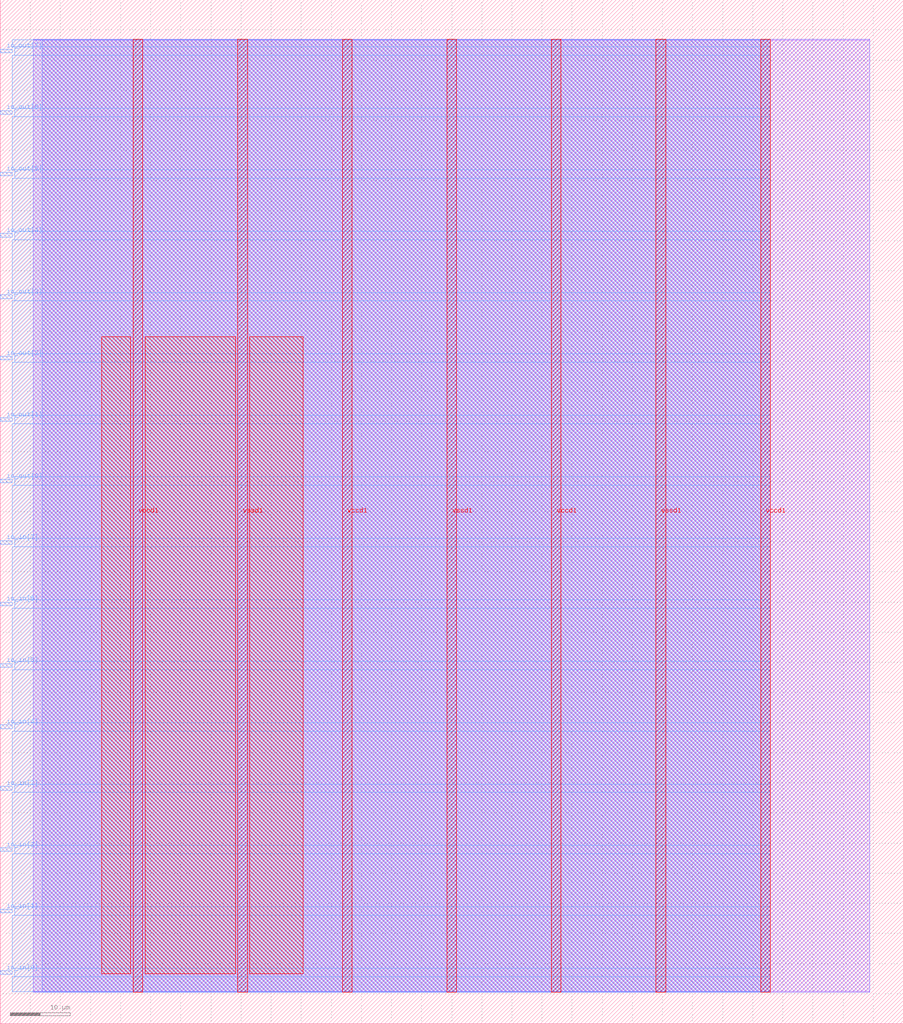
<source format=lef>
VERSION 5.7 ;
  NOWIREEXTENSIONATPIN ON ;
  DIVIDERCHAR "/" ;
  BUSBITCHARS "[]" ;
MACRO recepsaid_euclidean_algorithm
  CLASS BLOCK ;
  FOREIGN recepsaid_euclidean_algorithm ;
  ORIGIN 0.000 0.000 ;
  SIZE 150.000 BY 170.000 ;
  PIN io_in[0]
    DIRECTION INPUT ;
    USE SIGNAL ;
    PORT
      LAYER met3 ;
        RECT 0.000 8.200 2.000 8.800 ;
    END
  END io_in[0]
  PIN io_in[1]
    DIRECTION INPUT ;
    USE SIGNAL ;
    PORT
      LAYER met3 ;
        RECT 0.000 18.400 2.000 19.000 ;
    END
  END io_in[1]
  PIN io_in[2]
    DIRECTION INPUT ;
    USE SIGNAL ;
    PORT
      LAYER met3 ;
        RECT 0.000 28.600 2.000 29.200 ;
    END
  END io_in[2]
  PIN io_in[3]
    DIRECTION INPUT ;
    USE SIGNAL ;
    PORT
      LAYER met3 ;
        RECT 0.000 38.800 2.000 39.400 ;
    END
  END io_in[3]
  PIN io_in[4]
    DIRECTION INPUT ;
    USE SIGNAL ;
    PORT
      LAYER met3 ;
        RECT 0.000 49.000 2.000 49.600 ;
    END
  END io_in[4]
  PIN io_in[5]
    DIRECTION INPUT ;
    USE SIGNAL ;
    PORT
      LAYER met3 ;
        RECT 0.000 59.200 2.000 59.800 ;
    END
  END io_in[5]
  PIN io_in[6]
    DIRECTION INPUT ;
    USE SIGNAL ;
    PORT
      LAYER met3 ;
        RECT 0.000 69.400 2.000 70.000 ;
    END
  END io_in[6]
  PIN io_in[7]
    DIRECTION INPUT ;
    USE SIGNAL ;
    PORT
      LAYER met3 ;
        RECT 0.000 79.600 2.000 80.200 ;
    END
  END io_in[7]
  PIN io_out[0]
    DIRECTION OUTPUT TRISTATE ;
    USE SIGNAL ;
    PORT
      LAYER met3 ;
        RECT 0.000 89.800 2.000 90.400 ;
    END
  END io_out[0]
  PIN io_out[1]
    DIRECTION OUTPUT TRISTATE ;
    USE SIGNAL ;
    PORT
      LAYER met3 ;
        RECT 0.000 100.000 2.000 100.600 ;
    END
  END io_out[1]
  PIN io_out[2]
    DIRECTION OUTPUT TRISTATE ;
    USE SIGNAL ;
    PORT
      LAYER met3 ;
        RECT 0.000 110.200 2.000 110.800 ;
    END
  END io_out[2]
  PIN io_out[3]
    DIRECTION OUTPUT TRISTATE ;
    USE SIGNAL ;
    PORT
      LAYER met3 ;
        RECT 0.000 120.400 2.000 121.000 ;
    END
  END io_out[3]
  PIN io_out[4]
    DIRECTION OUTPUT TRISTATE ;
    USE SIGNAL ;
    PORT
      LAYER met3 ;
        RECT 0.000 130.600 2.000 131.200 ;
    END
  END io_out[4]
  PIN io_out[5]
    DIRECTION OUTPUT TRISTATE ;
    USE SIGNAL ;
    PORT
      LAYER met3 ;
        RECT 0.000 140.800 2.000 141.400 ;
    END
  END io_out[5]
  PIN io_out[6]
    DIRECTION OUTPUT TRISTATE ;
    USE SIGNAL ;
    PORT
      LAYER met3 ;
        RECT 0.000 151.000 2.000 151.600 ;
    END
  END io_out[6]
  PIN io_out[7]
    DIRECTION OUTPUT TRISTATE ;
    USE SIGNAL ;
    PORT
      LAYER met3 ;
        RECT 0.000 161.200 2.000 161.800 ;
    END
  END io_out[7]
  PIN vccd1
    DIRECTION INOUT ;
    USE POWER ;
    PORT
      LAYER met4 ;
        RECT 22.090 5.200 23.690 163.440 ;
    END
    PORT
      LAYER met4 ;
        RECT 56.830 5.200 58.430 163.440 ;
    END
    PORT
      LAYER met4 ;
        RECT 91.570 5.200 93.170 163.440 ;
    END
    PORT
      LAYER met4 ;
        RECT 126.310 5.200 127.910 163.440 ;
    END
  END vccd1
  PIN vssd1
    DIRECTION INOUT ;
    USE GROUND ;
    PORT
      LAYER met4 ;
        RECT 39.460 5.200 41.060 163.440 ;
    END
    PORT
      LAYER met4 ;
        RECT 74.200 5.200 75.800 163.440 ;
    END
    PORT
      LAYER met4 ;
        RECT 108.940 5.200 110.540 163.440 ;
    END
  END vssd1
  OBS
      LAYER li1 ;
        RECT 5.520 5.355 144.440 163.285 ;
      LAYER met1 ;
        RECT 5.520 5.200 144.440 163.440 ;
      LAYER met2 ;
        RECT 7.000 5.255 127.880 163.385 ;
      LAYER met3 ;
        RECT 2.000 162.200 127.900 163.365 ;
        RECT 2.400 160.800 127.900 162.200 ;
        RECT 2.000 152.000 127.900 160.800 ;
        RECT 2.400 150.600 127.900 152.000 ;
        RECT 2.000 141.800 127.900 150.600 ;
        RECT 2.400 140.400 127.900 141.800 ;
        RECT 2.000 131.600 127.900 140.400 ;
        RECT 2.400 130.200 127.900 131.600 ;
        RECT 2.000 121.400 127.900 130.200 ;
        RECT 2.400 120.000 127.900 121.400 ;
        RECT 2.000 111.200 127.900 120.000 ;
        RECT 2.400 109.800 127.900 111.200 ;
        RECT 2.000 101.000 127.900 109.800 ;
        RECT 2.400 99.600 127.900 101.000 ;
        RECT 2.000 90.800 127.900 99.600 ;
        RECT 2.400 89.400 127.900 90.800 ;
        RECT 2.000 80.600 127.900 89.400 ;
        RECT 2.400 79.200 127.900 80.600 ;
        RECT 2.000 70.400 127.900 79.200 ;
        RECT 2.400 69.000 127.900 70.400 ;
        RECT 2.000 60.200 127.900 69.000 ;
        RECT 2.400 58.800 127.900 60.200 ;
        RECT 2.000 50.000 127.900 58.800 ;
        RECT 2.400 48.600 127.900 50.000 ;
        RECT 2.000 39.800 127.900 48.600 ;
        RECT 2.400 38.400 127.900 39.800 ;
        RECT 2.000 29.600 127.900 38.400 ;
        RECT 2.400 28.200 127.900 29.600 ;
        RECT 2.000 19.400 127.900 28.200 ;
        RECT 2.400 18.000 127.900 19.400 ;
        RECT 2.000 9.200 127.900 18.000 ;
        RECT 2.400 7.800 127.900 9.200 ;
        RECT 2.000 5.275 127.900 7.800 ;
      LAYER met4 ;
        RECT 16.855 8.335 21.690 114.065 ;
        RECT 24.090 8.335 39.060 114.065 ;
        RECT 41.460 8.335 50.305 114.065 ;
  END
END recepsaid_euclidean_algorithm
END LIBRARY


</source>
